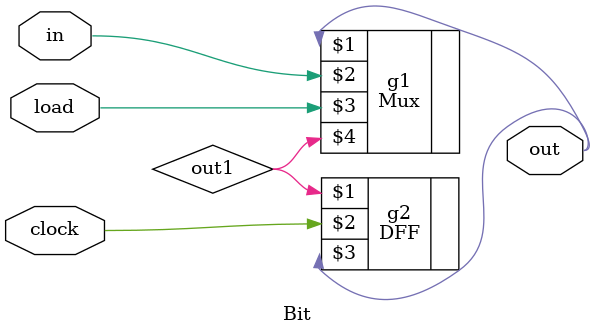
<source format=v>
`include "DFF.v"
`include "../Ch1/MUX_DMUX_tr.v"

module Bit(input in,clock,load, output out);
  wire out1;
  Mux g1(out, in, load, out1);
  DFF g2(out1, clock, out);
endmodule
</source>
